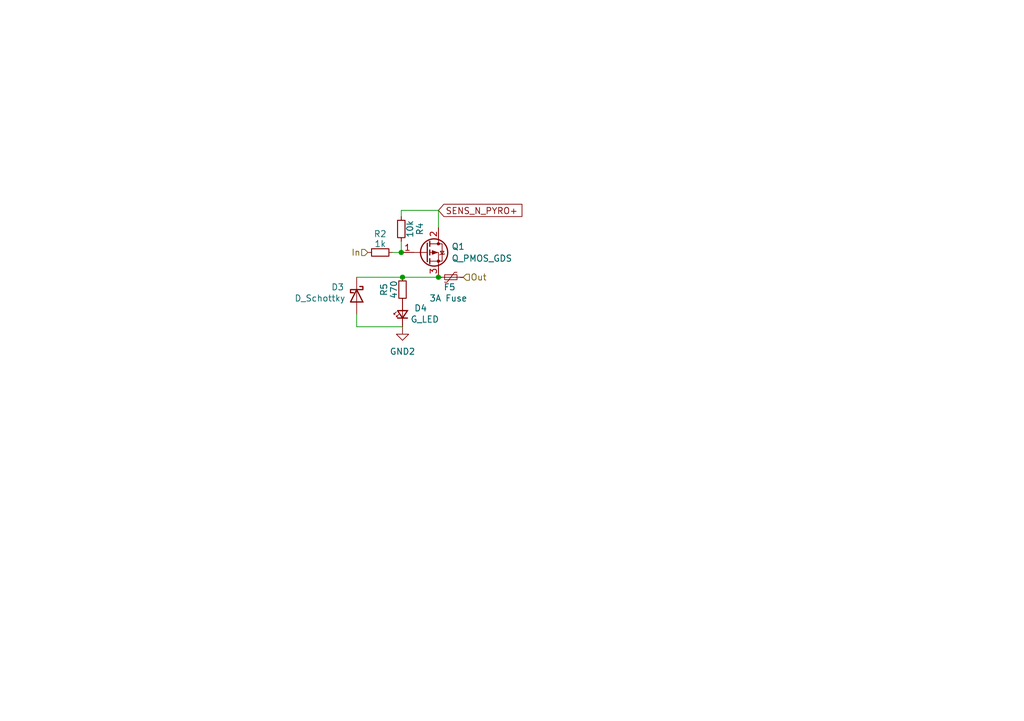
<source format=kicad_sch>
(kicad_sch (version 20230121) (generator eeschema)
  (paper "A5")
  (lib_symbols
    (symbol "Device:D_Schottky" (pin_numbers hide) (pin_names (offset 1.016) hide)
      (property "Reference" "D" (at 0 2.54 0))
      (property "Value" "D_Schottky" (at 0 -2.54 0))
      (symbol "D_Schottky_0_1"
        (polyline (pts (xy 1.27 0) (xy -1.27 0)))
        (polyline (pts (xy 1.27 1.27) (xy 1.27 -1.27) (xy -1.27 0) (xy 1.27 1.27)) (stroke (width 0.254)))
        (polyline (pts (xy -1.905 0.635) (xy -1.905 1.27) (xy -1.27 1.27) (xy -1.27 -1.27) (xy -0.635 -1.27) (xy -0.635 -0.635)) (stroke (width 0.254)))
      )
      (symbol "D_Schottky_1_1"
        (pin passive line (at -3.81 0 0) (length 2.54) (name "K") (number "1"))
        (pin passive line (at 3.81 0 180) (length 2.54) (name "A") (number "2"))
      )
    )
    (symbol "Device:LED_Small" (pin_numbers hide) (pin_names (offset 0.254) hide)
      (property "Reference" "D" (at -1.27 3.175 0))
      (property "Value" "LED_Small" (at -4.445 -2.54 0))
      (symbol "LED_Small_0_1"
        (polyline (pts (xy -0.762 -1.016) (xy -0.762 1.016)) (stroke (width 0.254)))
        (polyline (pts (xy 1.016 0) (xy -0.762 0)))
        (polyline (pts (xy 0.762 -1.016) (xy -0.762 0) (xy 0.762 1.016) (xy 0.762 -1.016)) (stroke (width 0.254)))
        (polyline (pts (xy 0 0.762) (xy -0.508 1.27) (xy -0.254 1.27) (xy -0.508 1.27) (xy -0.508 1.016)))
        (polyline (pts (xy 0.508 1.27) (xy 0 1.778) (xy 0.254 1.778) (xy 0 1.778) (xy 0 1.524)))
      )
      (symbol "LED_Small_1_1"
        (pin passive line (at -2.54 0 0) (length 1.778) (name "K") (number "1"))
        (pin passive line (at 2.54 0 180) (length 1.778) (name "A") (number "2"))
      )
    )
    (symbol "Device:Polyfuse_Small" (pin_numbers hide) (pin_names (offset 0))
      (property "Reference" "F" (at -1.905 0 90))
      (property "Value" "Polyfuse_Small" (at 1.905 0 90))
      (symbol "Polyfuse_Small_0_1"
        (rectangle (start -0.508 1.27) (end 0.508 -1.27))
        (polyline (pts (xy 0 2.54) (xy 0 -2.54)))
        (polyline (pts (xy -1.016 1.27) (xy -1.016 0.762) (xy 1.016 -0.762) (xy 1.016 -1.27)))
      )
      (symbol "Polyfuse_Small_1_1"
        (pin passive line (at 0 2.54 270) (length 0.635) (name "~") (number "1"))
        (pin passive line (at 0 -2.54 90) (length 0.635) (name "~") (number "2"))
      )
    )
    (symbol "Device:Q_PMOS_GDS" (pin_names (offset 0) hide)
      (property "Reference" "Q" (at 5.08 1.27 0))
      (property "Value" "Q_PMOS_GDS" (at 5.08 -1.27 0))
      (symbol "Q_PMOS_GDS_0_1"
        (polyline (pts (xy 0.254 0) (xy -2.54 0)))
        (polyline (pts (xy 0.254 1.905) (xy 0.254 -1.905)) (stroke (width 0.254)))
        (polyline (pts (xy 0.762 -1.27) (xy 0.762 -2.286)) (stroke (width 0.254)))
        (polyline (pts (xy 0.762 0.508) (xy 0.762 -0.508)) (stroke (width 0.254)))
        (polyline (pts (xy 0.762 2.286) (xy 0.762 1.27)) (stroke (width 0.254)))
        (polyline (pts (xy 2.54 2.54) (xy 2.54 1.778)))
        (polyline (pts (xy 2.54 -2.54) (xy 2.54 0) (xy 0.762 0)))
        (polyline (pts (xy 0.762 1.778) (xy 3.302 1.778) (xy 3.302 -1.778) (xy 0.762 -1.778)))
        (polyline (pts (xy 2.286 0) (xy 1.27 0.381) (xy 1.27 -0.381) (xy 2.286 0)) (fill (type outline)))
        (polyline (pts (xy 2.794 -0.508) (xy 2.921 -0.381) (xy 3.683 -0.381) (xy 3.81 -0.254)))
        (polyline (pts (xy 3.302 -0.381) (xy 2.921 0.254) (xy 3.683 0.254) (xy 3.302 -0.381)))
        (circle (center 1.651 0) (radius 2.794) (stroke (width 0.254)))
        (circle (center 2.54 -1.778) (radius 0.254) (fill (type outline)))
        (circle (center 2.54 1.778) (radius 0.254) (fill (type outline)))
      )
      (symbol "Q_PMOS_GDS_1_1"
        (pin input line (at -5.08 0 0) (length 2.54) (name "G") (number "1"))
        (pin passive line (at 2.54 5.08 270) (length 2.54) (name "D") (number "2"))
        (pin passive line (at 2.54 -5.08 90) (length 2.54) (name "S") (number "3"))
      )
    )
    (symbol "Device:R_Small" (pin_numbers hide) (pin_names (offset 0.254) hide)
      (property "Reference" "R" (at 0.762 0.508 0))
      (property "Value" "R_Small" (at 0.762 -1.016 0))
      (symbol "R_Small_0_1"
        (rectangle (start -0.762 1.778) (end 0.762 -1.778) (stroke (width 0.2032)))
      )
      (symbol "R_Small_1_1"
        (pin passive line (at 0 2.54 270) (length 0.762) (name "~") (number "1"))
        (pin passive line (at 0 -2.54 90) (length 0.762) (name "~") (number "2"))
      )
    )
    (symbol "power:GND2" (power) (pin_names (offset 0))
      (property "Value" "GND2" (at 0 -3.81 0))
      (symbol "GND2_0_1"
        (polyline (pts (xy 0 0) (xy 0 -1.27) (xy 1.27 -1.27) (xy 0 -2.54) (xy -1.27 -1.27) (xy 0 -1.27)))
      )
      (symbol "GND2_1_1"
        (pin power_in line (at 0 0 270) (length 0) hide (name "GND2") (number "1"))
      )
    )
  )
  (junction (at 89.916 56.896))
  (junction (at 82.55 56.896))
  (junction (at 82.296 51.816))
  (wire (pts (xy 80.518 51.816) (xy 82.296 51.816)))
  (wire (pts (xy 82.55 67.056) (xy 82.55 67.31)))
  (wire (pts (xy 89.916 46.736) (xy 89.916 43.18)))
  (wire (pts (xy 82.55 56.896) (xy 89.916 56.896)))
  (wire (pts (xy 82.55 67.056) (xy 73.152 67.056)))
  (wire (pts (xy 73.152 64.516) (xy 73.152 67.056)))
  (wire (pts (xy 82.55 56.896) (xy 73.152 56.896)))
  (wire (pts (xy 89.916 43.18) (xy 82.296 43.18)))
  (wire (pts (xy 82.296 43.18) (xy 82.296 44.45)))
  (wire (pts (xy 82.296 49.53) (xy 82.296 51.816)))
  (global_label "SENS_N_PYRO+" (shape input) (at 89.916 43.18 0) (property "Intersheetrefs" "${INTERSHEET_REFS}" (effects hide)))
  (hierarchical_label "Out" (shape input) (at 94.996 56.896 0))
  (hierarchical_label "In" (shape input) (at 75.438 51.816 180))
  (symbol (lib_id "Device:R_Small") (at 82.55 59.436 180) (unit 1)
    (property "Reference" "R5" (at 78.74 59.436 90))
    (property "Value" "470" (at 80.772 59.436 90))
    (property "Footprint" "Resistor_SMD:R_0603_1608Metric" (effects hide))
    (instances (project "Power-board" (path "" (reference "R5") (unit 1)) (path "" (reference "R8") (unit 1)) (path "" (reference "R11") (unit 1)) (path "" (reference "R14") (unit 1)) (path "" (reference "R17") (unit 1)) (path "" (reference "R20") (unit 1)) (path "" (reference "R5") (unit 1)) (path "" (reference "R5") (unit 1))))
  )
  (symbol (lib_id "Device:D_Schottky") (at 73.152 60.706 270) (unit 1)
    (property "Reference" "D3" (at 70.612 58.928 90) (effects (justify right)))
    (property "Value" "D_Schottky" (at 70.866 61.214 90) (effects (justify right)))
    (property "Footprint" "Diode_SMD:D_0603_1608Metric" (effects hide))
    (instances (project "Power-board" (path "" (reference "D3") (unit 1)) (path "" (reference "D5") (unit 1)) (path "" (reference "D7") (unit 1)) (path "" (reference "D9") (unit 1)) (path "" (reference "D11") (unit 1)) (path "" (reference "D13") (unit 1)) (path "" (reference "D3") (unit 1)) (path "" (reference "D3") (unit 1))))
  )
  (symbol (lib_id "Device:Q_PMOS_GDS") (at 87.376 51.816 0) (unit 1)
    (property "Reference" "Q1" (at 92.583 50.6039 0) (effects (justify left)))
    (property "Value" "Q_PMOS_GDS" (at 92.583 53.0281 0) (effects (justify left)))
    (property "Footprint" "Capacitor_SMD:C_0603_1608Metric" (effects hide))
    (instances (project "Power-board" (path "" (reference "Q1") (unit 1)) (path "" (reference "Q2") (unit 1)) (path "" (reference "Q3") (unit 1)) (path "" (reference "Q4") (unit 1)) (path "" (reference "Q5") (unit 1)) (path "" (reference "Q6") (unit 1)) (path "" (reference "Q1") (unit 1)) (path "" (reference "Q1") (unit 1))))
  )
  (symbol (lib_id "Device:Polyfuse_Small") (at 92.456 56.896 270) (unit 1)
    (property "Reference" "F5" (at 92.202 58.928 90))
    (property "Value" "3A Fuse" (at 91.948 61.214 90))
    (property "Footprint" "Fuse:Fuse_2920_7451Metric" (effects hide))
    (instances (project "Power-board" (path "" (reference "F5") (unit 1)) (path "" (reference "F6") (unit 1)) (path "" (reference "F7") (unit 1)) (path "" (reference "F8") (unit 1)) (path "" (reference "F9") (unit 1)) (path "" (reference "F10") (unit 1)) (path "" (reference "F5") (unit 1)) (path "" (reference "F5") (unit 1))))
  )
  (symbol (lib_id "power:GND2") (at 82.55 67.31 0) (unit 1)
    (property "Reference" "#PWR027" (effects hide))
    (property "Value" "GND2" (at 82.55 72.136 0))
    (instances (project "Power-board" (path "" (reference "#PWR027") (unit 1)) (path "" (reference "#PWR030") (unit 1)) (path "" (reference "#PWR031") (unit 1)) (path "" (reference "#PWR032") (unit 1)) (path "" (reference "#PWR033") (unit 1)) (path "" (reference "#PWR034") (unit 1)) (path "" (reference "#PWR035") (unit 1)) (path "" (reference "#PWR036") (unit 1))))
  )
  (symbol (lib_id "Device:R_Small") (at 82.296 46.99 0) (unit 1)
    (property "Reference" "R4" (at 86.106 46.99 90))
    (property "Value" "10k" (at 84.074 46.99 90))
    (property "Footprint" "Resistor_SMD:R_0603_1608Metric" (effects hide))
    (instances (project "Power-board" (path "" (reference "R4") (unit 1)) (path "" (reference "R7") (unit 1)) (path "" (reference "R10") (unit 1)) (path "" (reference "R13") (unit 1)) (path "" (reference "R16") (unit 1)) (path "" (reference "R19") (unit 1)) (path "" (reference "R4") (unit 1)) (path "" (reference "R4") (unit 1))))
  )
  (symbol (lib_id "Device:R_Small") (at 77.978 51.816 90) (unit 1)
    (property "Reference" "R2" (at 77.978 48.006 90))
    (property "Value" "1k" (at 77.978 50.038 90))
    (property "Footprint" "Resistor_SMD:R_0603_1608Metric" (effects hide))
    (instances (project "Power-board" (path "" (reference "R2") (unit 1)) (path "" (reference "R6") (unit 1)) (path "" (reference "R9") (unit 1)) (path "" (reference "R12") (unit 1)) (path "" (reference "R15") (unit 1)) (path "" (reference "R18") (unit 1)) (path "" (reference "R2") (unit 1)) (path "" (reference "R2") (unit 1))))
  )
  (symbol (lib_id "Device:LED_Small") (at 82.55 64.516 90) (unit 1)
    (property "Reference" "D4" (at 87.63 63.246 90) (effects (justify left)))
    (property "Value" "G_LED" (at 87.122 65.532 90))
    (property "Footprint" "LED_SMD:LED_0603_1608Metric" (effects hide))
    (instances (project "Power-board" (path "" (reference "D4") (unit 1)) (path "" (reference "D6") (unit 1)) (path "" (reference "D8") (unit 1)) (path "" (reference "D10") (unit 1)) (path "" (reference "D12") (unit 1)) (path "" (reference "D14") (unit 1)) (path "" (reference "D4") (unit 1)) (path "" (reference "D4") (unit 1))))
  )
)
</source>
